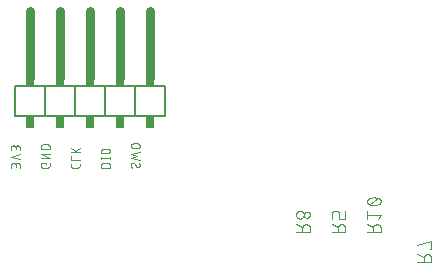
<source format=gbr>
G04 EAGLE Gerber RS-274X export*
G75*
%MOMM*%
%FSLAX34Y34*%
%LPD*%
%INSilkscreen Bottom*%
%IPPOS*%
%AMOC8*
5,1,8,0,0,1.08239X$1,22.5*%
G01*
%ADD10C,0.076200*%
%ADD11C,0.152400*%
%ADD12C,0.762000*%
%ADD13R,0.762000X0.508000*%
%ADD14R,0.762000X1.016000*%
%ADD15C,0.101600*%


D10*
X85471Y368681D02*
X85471Y370727D01*
X85473Y370816D01*
X85479Y370905D01*
X85489Y370994D01*
X85502Y371082D01*
X85519Y371170D01*
X85541Y371257D01*
X85566Y371342D01*
X85594Y371427D01*
X85627Y371510D01*
X85663Y371592D01*
X85702Y371672D01*
X85745Y371750D01*
X85791Y371826D01*
X85841Y371901D01*
X85894Y371973D01*
X85950Y372042D01*
X86009Y372109D01*
X86070Y372174D01*
X86135Y372235D01*
X86202Y372294D01*
X86271Y372350D01*
X86343Y372403D01*
X86418Y372453D01*
X86494Y372499D01*
X86572Y372542D01*
X86652Y372581D01*
X86734Y372617D01*
X86817Y372650D01*
X86902Y372678D01*
X86987Y372703D01*
X87074Y372725D01*
X87162Y372742D01*
X87250Y372755D01*
X87339Y372765D01*
X87428Y372771D01*
X87517Y372773D01*
X87606Y372771D01*
X87695Y372765D01*
X87784Y372755D01*
X87872Y372742D01*
X87960Y372725D01*
X88047Y372703D01*
X88132Y372678D01*
X88217Y372650D01*
X88300Y372617D01*
X88382Y372581D01*
X88462Y372542D01*
X88540Y372499D01*
X88616Y372453D01*
X88691Y372403D01*
X88763Y372350D01*
X88832Y372294D01*
X88899Y372235D01*
X88964Y372174D01*
X89025Y372109D01*
X89084Y372042D01*
X89140Y371973D01*
X89193Y371901D01*
X89243Y371826D01*
X89289Y371750D01*
X89332Y371672D01*
X89371Y371592D01*
X89407Y371510D01*
X89440Y371427D01*
X89468Y371342D01*
X89493Y371257D01*
X89515Y371170D01*
X89532Y371082D01*
X89545Y370994D01*
X89555Y370905D01*
X89561Y370816D01*
X89563Y370727D01*
X92837Y371136D02*
X92837Y368681D01*
X92837Y371136D02*
X92835Y371215D01*
X92829Y371294D01*
X92820Y371373D01*
X92807Y371451D01*
X92789Y371528D01*
X92769Y371604D01*
X92744Y371679D01*
X92716Y371753D01*
X92685Y371826D01*
X92649Y371897D01*
X92611Y371966D01*
X92569Y372033D01*
X92524Y372098D01*
X92476Y372161D01*
X92425Y372222D01*
X92371Y372279D01*
X92315Y372335D01*
X92256Y372387D01*
X92194Y372437D01*
X92130Y372483D01*
X92064Y372527D01*
X91996Y372567D01*
X91926Y372603D01*
X91854Y372637D01*
X91780Y372667D01*
X91706Y372693D01*
X91630Y372716D01*
X91553Y372734D01*
X91476Y372750D01*
X91397Y372761D01*
X91319Y372769D01*
X91240Y372773D01*
X91160Y372773D01*
X91081Y372769D01*
X91003Y372761D01*
X90924Y372750D01*
X90847Y372734D01*
X90770Y372716D01*
X90694Y372693D01*
X90620Y372667D01*
X90546Y372637D01*
X90474Y372603D01*
X90404Y372567D01*
X90336Y372527D01*
X90270Y372483D01*
X90206Y372437D01*
X90144Y372387D01*
X90085Y372335D01*
X90029Y372279D01*
X89975Y372222D01*
X89924Y372161D01*
X89876Y372098D01*
X89831Y372033D01*
X89789Y371966D01*
X89751Y371897D01*
X89715Y371826D01*
X89684Y371753D01*
X89656Y371679D01*
X89631Y371604D01*
X89611Y371528D01*
X89593Y371451D01*
X89580Y371373D01*
X89571Y371294D01*
X89565Y371215D01*
X89563Y371136D01*
X89563Y369499D01*
X92837Y375587D02*
X85471Y378042D01*
X92837Y380498D01*
X85471Y383311D02*
X85471Y385357D01*
X85473Y385446D01*
X85479Y385535D01*
X85489Y385624D01*
X85502Y385712D01*
X85519Y385800D01*
X85541Y385887D01*
X85566Y385972D01*
X85594Y386057D01*
X85627Y386140D01*
X85663Y386222D01*
X85702Y386302D01*
X85745Y386380D01*
X85791Y386456D01*
X85841Y386531D01*
X85894Y386603D01*
X85950Y386672D01*
X86009Y386739D01*
X86070Y386804D01*
X86135Y386865D01*
X86202Y386924D01*
X86271Y386980D01*
X86343Y387033D01*
X86418Y387083D01*
X86494Y387129D01*
X86572Y387172D01*
X86652Y387211D01*
X86734Y387247D01*
X86817Y387280D01*
X86902Y387308D01*
X86987Y387333D01*
X87074Y387355D01*
X87162Y387372D01*
X87250Y387385D01*
X87339Y387395D01*
X87428Y387401D01*
X87517Y387403D01*
X87606Y387401D01*
X87695Y387395D01*
X87784Y387385D01*
X87872Y387372D01*
X87960Y387355D01*
X88047Y387333D01*
X88132Y387308D01*
X88217Y387280D01*
X88300Y387247D01*
X88382Y387211D01*
X88462Y387172D01*
X88540Y387129D01*
X88616Y387083D01*
X88691Y387033D01*
X88763Y386980D01*
X88832Y386924D01*
X88899Y386865D01*
X88964Y386804D01*
X89025Y386739D01*
X89084Y386672D01*
X89140Y386603D01*
X89193Y386531D01*
X89243Y386456D01*
X89289Y386380D01*
X89332Y386302D01*
X89371Y386222D01*
X89407Y386140D01*
X89440Y386057D01*
X89468Y385972D01*
X89493Y385887D01*
X89515Y385800D01*
X89532Y385712D01*
X89545Y385624D01*
X89555Y385535D01*
X89561Y385446D01*
X89563Y385357D01*
X92837Y385767D02*
X92837Y383311D01*
X92837Y385767D02*
X92835Y385846D01*
X92829Y385925D01*
X92820Y386004D01*
X92807Y386082D01*
X92789Y386159D01*
X92769Y386235D01*
X92744Y386310D01*
X92716Y386384D01*
X92685Y386457D01*
X92649Y386528D01*
X92611Y386597D01*
X92569Y386664D01*
X92524Y386729D01*
X92476Y386792D01*
X92425Y386853D01*
X92371Y386910D01*
X92315Y386966D01*
X92256Y387018D01*
X92194Y387068D01*
X92130Y387114D01*
X92064Y387158D01*
X91996Y387198D01*
X91926Y387234D01*
X91854Y387268D01*
X91780Y387298D01*
X91706Y387324D01*
X91630Y387347D01*
X91553Y387365D01*
X91476Y387381D01*
X91397Y387392D01*
X91319Y387400D01*
X91240Y387404D01*
X91160Y387404D01*
X91081Y387400D01*
X91003Y387392D01*
X90924Y387381D01*
X90847Y387365D01*
X90770Y387347D01*
X90694Y387324D01*
X90620Y387298D01*
X90546Y387268D01*
X90474Y387234D01*
X90404Y387198D01*
X90336Y387158D01*
X90270Y387114D01*
X90206Y387068D01*
X90144Y387018D01*
X90085Y386966D01*
X90029Y386910D01*
X89975Y386853D01*
X89924Y386792D01*
X89876Y386729D01*
X89831Y386664D01*
X89789Y386597D01*
X89751Y386528D01*
X89715Y386457D01*
X89684Y386384D01*
X89656Y386310D01*
X89631Y386235D01*
X89611Y386159D01*
X89593Y386082D01*
X89580Y386004D01*
X89571Y385925D01*
X89565Y385846D01*
X89563Y385767D01*
X89563Y384130D01*
X114963Y372773D02*
X114963Y371546D01*
X114963Y372773D02*
X110871Y372773D01*
X110871Y370318D01*
X110873Y370240D01*
X110878Y370162D01*
X110888Y370085D01*
X110901Y370008D01*
X110917Y369932D01*
X110937Y369857D01*
X110961Y369783D01*
X110988Y369710D01*
X111019Y369638D01*
X111053Y369568D01*
X111090Y369500D01*
X111131Y369433D01*
X111175Y369368D01*
X111221Y369306D01*
X111271Y369246D01*
X111323Y369188D01*
X111378Y369133D01*
X111436Y369081D01*
X111496Y369031D01*
X111558Y368985D01*
X111623Y368941D01*
X111690Y368900D01*
X111758Y368863D01*
X111828Y368829D01*
X111900Y368798D01*
X111973Y368771D01*
X112047Y368747D01*
X112122Y368727D01*
X112198Y368711D01*
X112275Y368698D01*
X112352Y368688D01*
X112430Y368683D01*
X112508Y368681D01*
X116600Y368681D01*
X116678Y368683D01*
X116756Y368688D01*
X116833Y368698D01*
X116910Y368711D01*
X116986Y368727D01*
X117061Y368747D01*
X117135Y368771D01*
X117208Y368798D01*
X117280Y368829D01*
X117350Y368863D01*
X117419Y368900D01*
X117485Y368941D01*
X117550Y368985D01*
X117612Y369031D01*
X117672Y369081D01*
X117730Y369133D01*
X117785Y369188D01*
X117837Y369246D01*
X117887Y369306D01*
X117933Y369368D01*
X117977Y369433D01*
X118018Y369500D01*
X118055Y369568D01*
X118089Y369638D01*
X118120Y369710D01*
X118147Y369783D01*
X118171Y369857D01*
X118191Y369932D01*
X118207Y370008D01*
X118220Y370085D01*
X118230Y370162D01*
X118235Y370240D01*
X118237Y370318D01*
X118237Y372773D01*
X118237Y376484D02*
X110871Y376484D01*
X110871Y380576D02*
X118237Y376484D01*
X118237Y380576D02*
X110871Y380576D01*
X110871Y384287D02*
X118237Y384287D01*
X118237Y386333D01*
X118235Y386422D01*
X118229Y386511D01*
X118219Y386600D01*
X118206Y386688D01*
X118189Y386776D01*
X118167Y386863D01*
X118142Y386948D01*
X118114Y387033D01*
X118081Y387116D01*
X118045Y387198D01*
X118006Y387278D01*
X117963Y387356D01*
X117917Y387432D01*
X117867Y387507D01*
X117814Y387579D01*
X117758Y387648D01*
X117699Y387715D01*
X117638Y387780D01*
X117573Y387841D01*
X117506Y387900D01*
X117437Y387956D01*
X117365Y388009D01*
X117290Y388059D01*
X117214Y388105D01*
X117136Y388148D01*
X117056Y388187D01*
X116974Y388223D01*
X116891Y388256D01*
X116806Y388284D01*
X116721Y388309D01*
X116634Y388331D01*
X116546Y388348D01*
X116458Y388361D01*
X116369Y388371D01*
X116280Y388377D01*
X116191Y388379D01*
X112917Y388379D01*
X112828Y388377D01*
X112739Y388371D01*
X112650Y388361D01*
X112562Y388348D01*
X112474Y388331D01*
X112387Y388309D01*
X112302Y388284D01*
X112217Y388256D01*
X112134Y388223D01*
X112052Y388187D01*
X111972Y388148D01*
X111894Y388105D01*
X111818Y388059D01*
X111743Y388009D01*
X111671Y387956D01*
X111602Y387900D01*
X111535Y387841D01*
X111470Y387780D01*
X111409Y387715D01*
X111350Y387648D01*
X111294Y387579D01*
X111241Y387507D01*
X111191Y387432D01*
X111145Y387356D01*
X111102Y387278D01*
X111063Y387198D01*
X111027Y387116D01*
X110994Y387033D01*
X110966Y386948D01*
X110941Y386863D01*
X110919Y386776D01*
X110902Y386688D01*
X110889Y386600D01*
X110879Y386511D01*
X110873Y386422D01*
X110871Y386333D01*
X110871Y384287D01*
X136271Y371955D02*
X136271Y370318D01*
X136273Y370240D01*
X136278Y370162D01*
X136288Y370085D01*
X136301Y370008D01*
X136317Y369932D01*
X136337Y369857D01*
X136361Y369783D01*
X136388Y369710D01*
X136419Y369638D01*
X136453Y369568D01*
X136490Y369500D01*
X136531Y369433D01*
X136575Y369368D01*
X136621Y369306D01*
X136671Y369246D01*
X136723Y369188D01*
X136778Y369133D01*
X136836Y369081D01*
X136896Y369031D01*
X136958Y368985D01*
X137023Y368941D01*
X137090Y368900D01*
X137158Y368863D01*
X137228Y368829D01*
X137300Y368798D01*
X137373Y368771D01*
X137447Y368747D01*
X137522Y368727D01*
X137598Y368711D01*
X137675Y368698D01*
X137752Y368688D01*
X137830Y368683D01*
X137908Y368681D01*
X142000Y368681D01*
X142078Y368683D01*
X142156Y368688D01*
X142233Y368698D01*
X142310Y368711D01*
X142386Y368727D01*
X142461Y368747D01*
X142535Y368771D01*
X142608Y368798D01*
X142680Y368829D01*
X142750Y368863D01*
X142819Y368900D01*
X142885Y368941D01*
X142950Y368985D01*
X143012Y369031D01*
X143072Y369081D01*
X143130Y369133D01*
X143185Y369188D01*
X143237Y369246D01*
X143287Y369306D01*
X143333Y369368D01*
X143377Y369433D01*
X143418Y369500D01*
X143455Y369568D01*
X143489Y369638D01*
X143520Y369710D01*
X143547Y369783D01*
X143571Y369857D01*
X143591Y369932D01*
X143607Y370008D01*
X143620Y370085D01*
X143630Y370162D01*
X143635Y370240D01*
X143637Y370318D01*
X143637Y371955D01*
X143637Y375060D02*
X136271Y375060D01*
X136271Y378333D01*
X136271Y381501D02*
X143637Y381501D01*
X143637Y385594D02*
X139136Y381501D01*
X140772Y383138D02*
X136271Y385594D01*
X161671Y368681D02*
X169037Y368681D01*
X169037Y370727D01*
X169035Y370816D01*
X169029Y370905D01*
X169019Y370994D01*
X169006Y371082D01*
X168989Y371170D01*
X168967Y371257D01*
X168942Y371342D01*
X168914Y371427D01*
X168881Y371510D01*
X168845Y371592D01*
X168806Y371672D01*
X168763Y371750D01*
X168717Y371826D01*
X168667Y371901D01*
X168614Y371973D01*
X168558Y372042D01*
X168499Y372109D01*
X168438Y372174D01*
X168373Y372235D01*
X168306Y372294D01*
X168237Y372350D01*
X168165Y372403D01*
X168090Y372453D01*
X168014Y372499D01*
X167936Y372542D01*
X167856Y372581D01*
X167774Y372617D01*
X167691Y372650D01*
X167606Y372678D01*
X167521Y372703D01*
X167434Y372725D01*
X167346Y372742D01*
X167258Y372755D01*
X167169Y372765D01*
X167080Y372771D01*
X166991Y372773D01*
X163717Y372773D01*
X163628Y372771D01*
X163539Y372765D01*
X163450Y372755D01*
X163362Y372742D01*
X163274Y372725D01*
X163187Y372703D01*
X163102Y372678D01*
X163017Y372650D01*
X162934Y372617D01*
X162852Y372581D01*
X162772Y372542D01*
X162694Y372499D01*
X162618Y372453D01*
X162543Y372403D01*
X162471Y372350D01*
X162402Y372294D01*
X162335Y372235D01*
X162270Y372174D01*
X162209Y372109D01*
X162150Y372042D01*
X162094Y371973D01*
X162041Y371901D01*
X161991Y371826D01*
X161945Y371750D01*
X161902Y371672D01*
X161863Y371592D01*
X161827Y371510D01*
X161794Y371427D01*
X161766Y371342D01*
X161741Y371257D01*
X161719Y371170D01*
X161702Y371082D01*
X161689Y370994D01*
X161679Y370905D01*
X161673Y370816D01*
X161671Y370727D01*
X161671Y368681D01*
X161671Y376823D02*
X169037Y376823D01*
X161671Y376005D02*
X161671Y377642D01*
X169037Y377642D02*
X169037Y376005D01*
X166991Y380629D02*
X163717Y380629D01*
X166991Y380629D02*
X167080Y380631D01*
X167169Y380637D01*
X167258Y380647D01*
X167346Y380660D01*
X167434Y380677D01*
X167521Y380699D01*
X167606Y380724D01*
X167691Y380752D01*
X167774Y380785D01*
X167856Y380821D01*
X167936Y380860D01*
X168014Y380903D01*
X168090Y380949D01*
X168165Y380999D01*
X168237Y381052D01*
X168306Y381108D01*
X168373Y381167D01*
X168438Y381228D01*
X168499Y381293D01*
X168558Y381360D01*
X168614Y381429D01*
X168667Y381501D01*
X168717Y381576D01*
X168763Y381652D01*
X168806Y381730D01*
X168845Y381810D01*
X168881Y381892D01*
X168914Y381975D01*
X168942Y382060D01*
X168967Y382145D01*
X168989Y382232D01*
X169006Y382320D01*
X169019Y382408D01*
X169029Y382497D01*
X169035Y382586D01*
X169037Y382675D01*
X169035Y382764D01*
X169029Y382853D01*
X169019Y382942D01*
X169006Y383030D01*
X168989Y383118D01*
X168967Y383205D01*
X168942Y383290D01*
X168914Y383375D01*
X168881Y383458D01*
X168845Y383540D01*
X168806Y383620D01*
X168763Y383698D01*
X168717Y383774D01*
X168667Y383849D01*
X168614Y383921D01*
X168558Y383990D01*
X168499Y384057D01*
X168438Y384122D01*
X168373Y384183D01*
X168306Y384242D01*
X168237Y384298D01*
X168165Y384351D01*
X168090Y384401D01*
X168014Y384447D01*
X167936Y384490D01*
X167856Y384529D01*
X167774Y384565D01*
X167691Y384598D01*
X167606Y384626D01*
X167521Y384651D01*
X167434Y384673D01*
X167346Y384690D01*
X167258Y384703D01*
X167169Y384713D01*
X167080Y384719D01*
X166991Y384721D01*
X163717Y384721D01*
X163628Y384719D01*
X163539Y384713D01*
X163450Y384703D01*
X163362Y384690D01*
X163274Y384673D01*
X163187Y384651D01*
X163102Y384626D01*
X163017Y384598D01*
X162934Y384565D01*
X162852Y384529D01*
X162772Y384490D01*
X162694Y384447D01*
X162618Y384401D01*
X162543Y384351D01*
X162471Y384298D01*
X162402Y384242D01*
X162335Y384183D01*
X162270Y384122D01*
X162209Y384057D01*
X162150Y383990D01*
X162094Y383921D01*
X162041Y383849D01*
X161991Y383774D01*
X161945Y383698D01*
X161902Y383620D01*
X161863Y383540D01*
X161827Y383458D01*
X161794Y383375D01*
X161766Y383290D01*
X161741Y383205D01*
X161719Y383118D01*
X161702Y383030D01*
X161689Y382942D01*
X161679Y382853D01*
X161673Y382764D01*
X161671Y382675D01*
X161673Y382586D01*
X161679Y382497D01*
X161689Y382408D01*
X161702Y382320D01*
X161719Y382232D01*
X161741Y382145D01*
X161766Y382060D01*
X161794Y381975D01*
X161827Y381892D01*
X161863Y381810D01*
X161902Y381730D01*
X161945Y381652D01*
X161991Y381576D01*
X162041Y381501D01*
X162094Y381429D01*
X162150Y381360D01*
X162209Y381293D01*
X162270Y381228D01*
X162335Y381167D01*
X162402Y381108D01*
X162471Y381052D01*
X162543Y380999D01*
X162618Y380949D01*
X162694Y380903D01*
X162772Y380860D01*
X162852Y380821D01*
X162934Y380785D01*
X163017Y380752D01*
X163102Y380724D01*
X163187Y380699D01*
X163274Y380677D01*
X163362Y380660D01*
X163450Y380647D01*
X163539Y380637D01*
X163628Y380631D01*
X163717Y380629D01*
X187071Y371136D02*
X187073Y371214D01*
X187078Y371292D01*
X187088Y371369D01*
X187101Y371446D01*
X187117Y371522D01*
X187137Y371597D01*
X187161Y371671D01*
X187188Y371744D01*
X187219Y371816D01*
X187253Y371886D01*
X187290Y371955D01*
X187331Y372021D01*
X187375Y372086D01*
X187421Y372148D01*
X187471Y372208D01*
X187523Y372266D01*
X187578Y372321D01*
X187636Y372373D01*
X187696Y372423D01*
X187758Y372469D01*
X187823Y372513D01*
X187890Y372554D01*
X187958Y372591D01*
X188028Y372625D01*
X188100Y372656D01*
X188173Y372683D01*
X188247Y372707D01*
X188322Y372727D01*
X188398Y372743D01*
X188475Y372756D01*
X188552Y372766D01*
X188630Y372771D01*
X188708Y372773D01*
X187071Y371136D02*
X187073Y371022D01*
X187078Y370909D01*
X187088Y370795D01*
X187101Y370682D01*
X187118Y370570D01*
X187138Y370458D01*
X187162Y370347D01*
X187190Y370236D01*
X187221Y370127D01*
X187256Y370019D01*
X187295Y369912D01*
X187337Y369806D01*
X187382Y369702D01*
X187431Y369599D01*
X187484Y369498D01*
X187539Y369399D01*
X187598Y369301D01*
X187660Y369206D01*
X187725Y369113D01*
X187793Y369021D01*
X187864Y368933D01*
X187938Y368846D01*
X188015Y368762D01*
X188094Y368681D01*
X192800Y368885D02*
X192878Y368887D01*
X192956Y368892D01*
X193033Y368902D01*
X193110Y368915D01*
X193186Y368931D01*
X193261Y368951D01*
X193335Y368975D01*
X193408Y369002D01*
X193480Y369033D01*
X193550Y369067D01*
X193619Y369104D01*
X193685Y369145D01*
X193750Y369189D01*
X193812Y369235D01*
X193872Y369285D01*
X193930Y369337D01*
X193985Y369392D01*
X194037Y369450D01*
X194087Y369510D01*
X194133Y369572D01*
X194177Y369637D01*
X194218Y369704D01*
X194255Y369772D01*
X194289Y369842D01*
X194320Y369914D01*
X194347Y369987D01*
X194371Y370061D01*
X194391Y370136D01*
X194407Y370212D01*
X194420Y370289D01*
X194430Y370366D01*
X194435Y370444D01*
X194437Y370522D01*
X194435Y370632D01*
X194429Y370741D01*
X194419Y370851D01*
X194406Y370959D01*
X194388Y371068D01*
X194367Y371175D01*
X194341Y371282D01*
X194312Y371388D01*
X194280Y371493D01*
X194243Y371596D01*
X194203Y371698D01*
X194159Y371799D01*
X194111Y371898D01*
X194061Y371995D01*
X194006Y372090D01*
X193948Y372183D01*
X193887Y372274D01*
X193823Y372363D01*
X191367Y369704D02*
X191409Y369637D01*
X191453Y369572D01*
X191501Y369510D01*
X191551Y369450D01*
X191604Y369392D01*
X191660Y369337D01*
X191719Y369285D01*
X191779Y369235D01*
X191843Y369188D01*
X191908Y369145D01*
X191975Y369104D01*
X192044Y369067D01*
X192115Y369033D01*
X192187Y369002D01*
X192261Y368975D01*
X192335Y368951D01*
X192411Y368931D01*
X192488Y368915D01*
X192565Y368902D01*
X192643Y368892D01*
X192722Y368887D01*
X192800Y368885D01*
X190140Y371955D02*
X190098Y372021D01*
X190054Y372086D01*
X190007Y372148D01*
X189956Y372208D01*
X189903Y372266D01*
X189847Y372321D01*
X189789Y372374D01*
X189728Y372423D01*
X189665Y372470D01*
X189600Y372513D01*
X189533Y372554D01*
X189464Y372591D01*
X189393Y372625D01*
X189321Y372656D01*
X189247Y372683D01*
X189172Y372707D01*
X189097Y372727D01*
X189020Y372743D01*
X188943Y372756D01*
X188865Y372766D01*
X188786Y372771D01*
X188708Y372773D01*
X190140Y371955D02*
X191368Y369704D01*
X194437Y375500D02*
X187071Y377137D01*
X191982Y378774D01*
X187071Y380411D01*
X194437Y382048D01*
X192391Y385018D02*
X189117Y385018D01*
X192391Y385018D02*
X192480Y385020D01*
X192569Y385026D01*
X192658Y385036D01*
X192746Y385049D01*
X192834Y385066D01*
X192921Y385088D01*
X193006Y385113D01*
X193091Y385141D01*
X193174Y385174D01*
X193256Y385210D01*
X193336Y385249D01*
X193414Y385292D01*
X193490Y385338D01*
X193565Y385388D01*
X193637Y385441D01*
X193706Y385497D01*
X193773Y385556D01*
X193838Y385617D01*
X193899Y385682D01*
X193958Y385749D01*
X194014Y385818D01*
X194067Y385890D01*
X194117Y385965D01*
X194163Y386041D01*
X194206Y386119D01*
X194245Y386199D01*
X194281Y386281D01*
X194314Y386364D01*
X194342Y386449D01*
X194367Y386534D01*
X194389Y386621D01*
X194406Y386709D01*
X194419Y386797D01*
X194429Y386886D01*
X194435Y386975D01*
X194437Y387064D01*
X194435Y387153D01*
X194429Y387242D01*
X194419Y387331D01*
X194406Y387419D01*
X194389Y387507D01*
X194367Y387594D01*
X194342Y387679D01*
X194314Y387764D01*
X194281Y387847D01*
X194245Y387929D01*
X194206Y388009D01*
X194163Y388087D01*
X194117Y388163D01*
X194067Y388238D01*
X194014Y388310D01*
X193958Y388379D01*
X193899Y388446D01*
X193838Y388511D01*
X193773Y388572D01*
X193706Y388631D01*
X193637Y388687D01*
X193565Y388740D01*
X193490Y388790D01*
X193414Y388836D01*
X193336Y388879D01*
X193256Y388918D01*
X193174Y388954D01*
X193091Y388987D01*
X193006Y389015D01*
X192921Y389040D01*
X192834Y389062D01*
X192746Y389079D01*
X192658Y389092D01*
X192569Y389102D01*
X192480Y389108D01*
X192391Y389110D01*
X192391Y389111D02*
X189117Y389111D01*
X189117Y389110D02*
X189028Y389108D01*
X188939Y389102D01*
X188850Y389092D01*
X188762Y389079D01*
X188674Y389062D01*
X188587Y389040D01*
X188502Y389015D01*
X188417Y388987D01*
X188334Y388954D01*
X188252Y388918D01*
X188172Y388879D01*
X188094Y388836D01*
X188018Y388790D01*
X187943Y388740D01*
X187871Y388687D01*
X187802Y388631D01*
X187735Y388572D01*
X187670Y388511D01*
X187609Y388446D01*
X187550Y388379D01*
X187494Y388310D01*
X187441Y388238D01*
X187391Y388163D01*
X187345Y388087D01*
X187302Y388009D01*
X187263Y387929D01*
X187227Y387847D01*
X187194Y387764D01*
X187166Y387679D01*
X187141Y387594D01*
X187119Y387507D01*
X187102Y387419D01*
X187089Y387331D01*
X187079Y387242D01*
X187073Y387153D01*
X187071Y387064D01*
X187073Y386975D01*
X187079Y386886D01*
X187089Y386797D01*
X187102Y386709D01*
X187119Y386621D01*
X187141Y386534D01*
X187166Y386449D01*
X187194Y386364D01*
X187227Y386281D01*
X187263Y386199D01*
X187302Y386119D01*
X187345Y386041D01*
X187391Y385965D01*
X187441Y385890D01*
X187494Y385818D01*
X187550Y385749D01*
X187609Y385682D01*
X187670Y385617D01*
X187735Y385556D01*
X187802Y385497D01*
X187871Y385441D01*
X187943Y385388D01*
X188018Y385338D01*
X188094Y385292D01*
X188172Y385249D01*
X188252Y385210D01*
X188334Y385174D01*
X188417Y385141D01*
X188502Y385113D01*
X188587Y385088D01*
X188674Y385066D01*
X188762Y385049D01*
X188850Y385036D01*
X188939Y385026D01*
X189028Y385020D01*
X189117Y385018D01*
D11*
X190500Y412750D02*
X215900Y412750D01*
X190500Y412750D02*
X190500Y438150D01*
X215900Y438150D01*
X215900Y412750D01*
D12*
X203200Y444500D02*
X203200Y501650D01*
D11*
X190500Y412750D02*
X165100Y412750D01*
X165100Y438150D01*
X190500Y438150D01*
D12*
X177800Y444500D02*
X177800Y501650D01*
D11*
X165100Y412750D02*
X139700Y412750D01*
X139700Y438150D01*
X165100Y438150D01*
D12*
X152400Y444500D02*
X152400Y501650D01*
D11*
X139700Y412750D02*
X114300Y412750D01*
X114300Y438150D01*
X139700Y438150D01*
D12*
X127000Y444500D02*
X127000Y501650D01*
D11*
X114300Y412750D02*
X88900Y412750D01*
X88900Y438150D01*
X114300Y438150D01*
D12*
X101600Y444500D02*
X101600Y501650D01*
D13*
X203200Y440690D03*
X177800Y440690D03*
X152400Y440690D03*
X127000Y440690D03*
X101600Y440690D03*
D14*
X203200Y407670D03*
X177800Y407670D03*
X152400Y407670D03*
X127000Y407670D03*
X101600Y407670D03*
D15*
X429558Y288758D02*
X441242Y288758D01*
X441242Y292004D01*
X441240Y292117D01*
X441234Y292230D01*
X441224Y292343D01*
X441210Y292456D01*
X441193Y292568D01*
X441171Y292679D01*
X441146Y292789D01*
X441116Y292899D01*
X441083Y293007D01*
X441046Y293114D01*
X441006Y293220D01*
X440961Y293324D01*
X440913Y293427D01*
X440862Y293528D01*
X440807Y293627D01*
X440749Y293724D01*
X440687Y293819D01*
X440622Y293912D01*
X440554Y294002D01*
X440483Y294090D01*
X440408Y294176D01*
X440331Y294259D01*
X440251Y294339D01*
X440168Y294416D01*
X440082Y294491D01*
X439994Y294562D01*
X439904Y294630D01*
X439811Y294695D01*
X439716Y294757D01*
X439619Y294815D01*
X439520Y294870D01*
X439419Y294921D01*
X439316Y294969D01*
X439212Y295014D01*
X439106Y295054D01*
X438999Y295091D01*
X438891Y295124D01*
X438781Y295154D01*
X438671Y295179D01*
X438560Y295201D01*
X438448Y295218D01*
X438335Y295232D01*
X438222Y295242D01*
X438109Y295248D01*
X437996Y295250D01*
X437883Y295248D01*
X437770Y295242D01*
X437657Y295232D01*
X437544Y295218D01*
X437432Y295201D01*
X437321Y295179D01*
X437211Y295154D01*
X437101Y295124D01*
X436993Y295091D01*
X436886Y295054D01*
X436780Y295014D01*
X436676Y294969D01*
X436573Y294921D01*
X436472Y294870D01*
X436373Y294815D01*
X436276Y294757D01*
X436181Y294695D01*
X436088Y294630D01*
X435998Y294562D01*
X435910Y294491D01*
X435824Y294416D01*
X435741Y294339D01*
X435661Y294259D01*
X435584Y294176D01*
X435509Y294090D01*
X435438Y294002D01*
X435370Y293912D01*
X435305Y293819D01*
X435243Y293724D01*
X435185Y293627D01*
X435130Y293528D01*
X435079Y293427D01*
X435031Y293324D01*
X434986Y293220D01*
X434946Y293114D01*
X434909Y293007D01*
X434876Y292899D01*
X434846Y292789D01*
X434821Y292679D01*
X434799Y292568D01*
X434782Y292456D01*
X434768Y292343D01*
X434758Y292230D01*
X434752Y292117D01*
X434750Y292004D01*
X434751Y292004D02*
X434751Y288758D01*
X434751Y292653D02*
X429558Y295249D01*
X439944Y300114D02*
X441242Y300114D01*
X441242Y306605D01*
X429558Y303360D01*
X338542Y314158D02*
X326858Y314158D01*
X338542Y314158D02*
X338542Y317404D01*
X338540Y317517D01*
X338534Y317630D01*
X338524Y317743D01*
X338510Y317856D01*
X338493Y317968D01*
X338471Y318079D01*
X338446Y318189D01*
X338416Y318299D01*
X338383Y318407D01*
X338346Y318514D01*
X338306Y318620D01*
X338261Y318724D01*
X338213Y318827D01*
X338162Y318928D01*
X338107Y319027D01*
X338049Y319124D01*
X337987Y319219D01*
X337922Y319312D01*
X337854Y319402D01*
X337783Y319490D01*
X337708Y319576D01*
X337631Y319659D01*
X337551Y319739D01*
X337468Y319816D01*
X337382Y319891D01*
X337294Y319962D01*
X337204Y320030D01*
X337111Y320095D01*
X337016Y320157D01*
X336919Y320215D01*
X336820Y320270D01*
X336719Y320321D01*
X336616Y320369D01*
X336512Y320414D01*
X336406Y320454D01*
X336299Y320491D01*
X336191Y320524D01*
X336081Y320554D01*
X335971Y320579D01*
X335860Y320601D01*
X335748Y320618D01*
X335635Y320632D01*
X335522Y320642D01*
X335409Y320648D01*
X335296Y320650D01*
X335183Y320648D01*
X335070Y320642D01*
X334957Y320632D01*
X334844Y320618D01*
X334732Y320601D01*
X334621Y320579D01*
X334511Y320554D01*
X334401Y320524D01*
X334293Y320491D01*
X334186Y320454D01*
X334080Y320414D01*
X333976Y320369D01*
X333873Y320321D01*
X333772Y320270D01*
X333673Y320215D01*
X333576Y320157D01*
X333481Y320095D01*
X333388Y320030D01*
X333298Y319962D01*
X333210Y319891D01*
X333124Y319816D01*
X333041Y319739D01*
X332961Y319659D01*
X332884Y319576D01*
X332809Y319490D01*
X332738Y319402D01*
X332670Y319312D01*
X332605Y319219D01*
X332543Y319124D01*
X332485Y319027D01*
X332430Y318928D01*
X332379Y318827D01*
X332331Y318724D01*
X332286Y318620D01*
X332246Y318514D01*
X332209Y318407D01*
X332176Y318299D01*
X332146Y318189D01*
X332121Y318079D01*
X332099Y317968D01*
X332082Y317856D01*
X332068Y317743D01*
X332058Y317630D01*
X332052Y317517D01*
X332050Y317404D01*
X332051Y317404D02*
X332051Y314158D01*
X332051Y318053D02*
X326858Y320649D01*
X330104Y325514D02*
X330217Y325516D01*
X330330Y325522D01*
X330443Y325532D01*
X330556Y325546D01*
X330668Y325563D01*
X330779Y325585D01*
X330889Y325610D01*
X330999Y325640D01*
X331107Y325673D01*
X331214Y325710D01*
X331320Y325750D01*
X331424Y325795D01*
X331527Y325843D01*
X331628Y325894D01*
X331727Y325949D01*
X331824Y326007D01*
X331919Y326069D01*
X332012Y326134D01*
X332102Y326202D01*
X332190Y326273D01*
X332276Y326348D01*
X332359Y326425D01*
X332439Y326505D01*
X332516Y326588D01*
X332591Y326674D01*
X332662Y326762D01*
X332730Y326852D01*
X332795Y326945D01*
X332857Y327040D01*
X332915Y327137D01*
X332970Y327236D01*
X333021Y327337D01*
X333069Y327440D01*
X333114Y327544D01*
X333154Y327650D01*
X333191Y327757D01*
X333224Y327865D01*
X333254Y327975D01*
X333279Y328085D01*
X333301Y328196D01*
X333318Y328308D01*
X333332Y328421D01*
X333342Y328534D01*
X333348Y328647D01*
X333350Y328760D01*
X333348Y328873D01*
X333342Y328986D01*
X333332Y329099D01*
X333318Y329212D01*
X333301Y329324D01*
X333279Y329435D01*
X333254Y329545D01*
X333224Y329655D01*
X333191Y329763D01*
X333154Y329870D01*
X333114Y329976D01*
X333069Y330080D01*
X333021Y330183D01*
X332970Y330284D01*
X332915Y330383D01*
X332857Y330480D01*
X332795Y330575D01*
X332730Y330668D01*
X332662Y330758D01*
X332591Y330846D01*
X332516Y330932D01*
X332439Y331015D01*
X332359Y331095D01*
X332276Y331172D01*
X332190Y331247D01*
X332102Y331318D01*
X332012Y331386D01*
X331919Y331451D01*
X331824Y331513D01*
X331727Y331571D01*
X331628Y331626D01*
X331527Y331677D01*
X331424Y331725D01*
X331320Y331770D01*
X331214Y331810D01*
X331107Y331847D01*
X330999Y331880D01*
X330889Y331910D01*
X330779Y331935D01*
X330668Y331957D01*
X330556Y331974D01*
X330443Y331988D01*
X330330Y331998D01*
X330217Y332004D01*
X330104Y332006D01*
X329991Y332004D01*
X329878Y331998D01*
X329765Y331988D01*
X329652Y331974D01*
X329540Y331957D01*
X329429Y331935D01*
X329319Y331910D01*
X329209Y331880D01*
X329101Y331847D01*
X328994Y331810D01*
X328888Y331770D01*
X328784Y331725D01*
X328681Y331677D01*
X328580Y331626D01*
X328481Y331571D01*
X328384Y331513D01*
X328289Y331451D01*
X328196Y331386D01*
X328106Y331318D01*
X328018Y331247D01*
X327932Y331172D01*
X327849Y331095D01*
X327769Y331015D01*
X327692Y330932D01*
X327617Y330846D01*
X327546Y330758D01*
X327478Y330668D01*
X327413Y330575D01*
X327351Y330480D01*
X327293Y330383D01*
X327238Y330284D01*
X327187Y330183D01*
X327139Y330080D01*
X327094Y329976D01*
X327054Y329870D01*
X327017Y329763D01*
X326984Y329655D01*
X326954Y329545D01*
X326929Y329435D01*
X326907Y329324D01*
X326890Y329212D01*
X326876Y329099D01*
X326866Y328986D01*
X326860Y328873D01*
X326858Y328760D01*
X326860Y328647D01*
X326866Y328534D01*
X326876Y328421D01*
X326890Y328308D01*
X326907Y328196D01*
X326929Y328085D01*
X326954Y327975D01*
X326984Y327865D01*
X327017Y327757D01*
X327054Y327650D01*
X327094Y327544D01*
X327139Y327440D01*
X327187Y327337D01*
X327238Y327236D01*
X327293Y327137D01*
X327351Y327040D01*
X327413Y326945D01*
X327478Y326852D01*
X327546Y326762D01*
X327617Y326674D01*
X327692Y326588D01*
X327769Y326505D01*
X327849Y326425D01*
X327932Y326348D01*
X328018Y326273D01*
X328106Y326202D01*
X328196Y326134D01*
X328289Y326069D01*
X328384Y326007D01*
X328481Y325949D01*
X328580Y325894D01*
X328681Y325843D01*
X328784Y325795D01*
X328888Y325750D01*
X328994Y325710D01*
X329101Y325673D01*
X329209Y325640D01*
X329319Y325610D01*
X329429Y325585D01*
X329540Y325563D01*
X329652Y325546D01*
X329765Y325532D01*
X329878Y325522D01*
X329991Y325516D01*
X330104Y325514D01*
X335946Y326164D02*
X336047Y326166D01*
X336147Y326172D01*
X336247Y326182D01*
X336347Y326195D01*
X336446Y326213D01*
X336545Y326234D01*
X336642Y326259D01*
X336739Y326288D01*
X336834Y326321D01*
X336928Y326357D01*
X337020Y326397D01*
X337111Y326440D01*
X337200Y326487D01*
X337287Y326537D01*
X337373Y326591D01*
X337456Y326648D01*
X337536Y326708D01*
X337615Y326771D01*
X337691Y326838D01*
X337764Y326907D01*
X337834Y326979D01*
X337902Y327053D01*
X337967Y327130D01*
X338028Y327210D01*
X338087Y327292D01*
X338142Y327376D01*
X338194Y327462D01*
X338243Y327550D01*
X338288Y327640D01*
X338330Y327732D01*
X338368Y327825D01*
X338402Y327920D01*
X338433Y328015D01*
X338460Y328112D01*
X338483Y328210D01*
X338503Y328309D01*
X338518Y328409D01*
X338530Y328509D01*
X338538Y328609D01*
X338542Y328710D01*
X338542Y328810D01*
X338538Y328911D01*
X338530Y329011D01*
X338518Y329111D01*
X338503Y329211D01*
X338483Y329310D01*
X338460Y329408D01*
X338433Y329505D01*
X338402Y329600D01*
X338368Y329695D01*
X338330Y329788D01*
X338288Y329880D01*
X338243Y329970D01*
X338194Y330058D01*
X338142Y330144D01*
X338087Y330228D01*
X338028Y330310D01*
X337967Y330390D01*
X337902Y330467D01*
X337834Y330541D01*
X337764Y330613D01*
X337691Y330682D01*
X337615Y330749D01*
X337536Y330812D01*
X337456Y330872D01*
X337373Y330929D01*
X337287Y330983D01*
X337200Y331033D01*
X337111Y331080D01*
X337020Y331123D01*
X336928Y331163D01*
X336834Y331199D01*
X336739Y331232D01*
X336642Y331261D01*
X336545Y331286D01*
X336446Y331307D01*
X336347Y331325D01*
X336247Y331338D01*
X336147Y331348D01*
X336047Y331354D01*
X335946Y331356D01*
X335845Y331354D01*
X335745Y331348D01*
X335645Y331338D01*
X335545Y331325D01*
X335446Y331307D01*
X335347Y331286D01*
X335250Y331261D01*
X335153Y331232D01*
X335058Y331199D01*
X334964Y331163D01*
X334872Y331123D01*
X334781Y331080D01*
X334692Y331033D01*
X334605Y330983D01*
X334519Y330929D01*
X334436Y330872D01*
X334356Y330812D01*
X334277Y330749D01*
X334201Y330682D01*
X334128Y330613D01*
X334058Y330541D01*
X333990Y330467D01*
X333925Y330390D01*
X333864Y330310D01*
X333805Y330228D01*
X333750Y330144D01*
X333698Y330058D01*
X333649Y329970D01*
X333604Y329880D01*
X333562Y329788D01*
X333524Y329695D01*
X333490Y329600D01*
X333459Y329505D01*
X333432Y329408D01*
X333409Y329310D01*
X333389Y329211D01*
X333374Y329111D01*
X333362Y329011D01*
X333354Y328911D01*
X333350Y328810D01*
X333350Y328710D01*
X333354Y328609D01*
X333362Y328509D01*
X333374Y328409D01*
X333389Y328309D01*
X333409Y328210D01*
X333432Y328112D01*
X333459Y328015D01*
X333490Y327920D01*
X333524Y327825D01*
X333562Y327732D01*
X333604Y327640D01*
X333649Y327550D01*
X333698Y327462D01*
X333750Y327376D01*
X333805Y327292D01*
X333864Y327210D01*
X333925Y327130D01*
X333990Y327053D01*
X334058Y326979D01*
X334128Y326907D01*
X334201Y326838D01*
X334277Y326771D01*
X334356Y326708D01*
X334436Y326648D01*
X334519Y326591D01*
X334605Y326537D01*
X334692Y326487D01*
X334781Y326440D01*
X334872Y326397D01*
X334964Y326357D01*
X335058Y326321D01*
X335153Y326288D01*
X335250Y326259D01*
X335347Y326234D01*
X335446Y326213D01*
X335545Y326195D01*
X335645Y326182D01*
X335745Y326172D01*
X335845Y326166D01*
X335946Y326164D01*
X356858Y314158D02*
X368542Y314158D01*
X368542Y317404D01*
X368540Y317517D01*
X368534Y317630D01*
X368524Y317743D01*
X368510Y317856D01*
X368493Y317968D01*
X368471Y318079D01*
X368446Y318189D01*
X368416Y318299D01*
X368383Y318407D01*
X368346Y318514D01*
X368306Y318620D01*
X368261Y318724D01*
X368213Y318827D01*
X368162Y318928D01*
X368107Y319027D01*
X368049Y319124D01*
X367987Y319219D01*
X367922Y319312D01*
X367854Y319402D01*
X367783Y319490D01*
X367708Y319576D01*
X367631Y319659D01*
X367551Y319739D01*
X367468Y319816D01*
X367382Y319891D01*
X367294Y319962D01*
X367204Y320030D01*
X367111Y320095D01*
X367016Y320157D01*
X366919Y320215D01*
X366820Y320270D01*
X366719Y320321D01*
X366616Y320369D01*
X366512Y320414D01*
X366406Y320454D01*
X366299Y320491D01*
X366191Y320524D01*
X366081Y320554D01*
X365971Y320579D01*
X365860Y320601D01*
X365748Y320618D01*
X365635Y320632D01*
X365522Y320642D01*
X365409Y320648D01*
X365296Y320650D01*
X365183Y320648D01*
X365070Y320642D01*
X364957Y320632D01*
X364844Y320618D01*
X364732Y320601D01*
X364621Y320579D01*
X364511Y320554D01*
X364401Y320524D01*
X364293Y320491D01*
X364186Y320454D01*
X364080Y320414D01*
X363976Y320369D01*
X363873Y320321D01*
X363772Y320270D01*
X363673Y320215D01*
X363576Y320157D01*
X363481Y320095D01*
X363388Y320030D01*
X363298Y319962D01*
X363210Y319891D01*
X363124Y319816D01*
X363041Y319739D01*
X362961Y319659D01*
X362884Y319576D01*
X362809Y319490D01*
X362738Y319402D01*
X362670Y319312D01*
X362605Y319219D01*
X362543Y319124D01*
X362485Y319027D01*
X362430Y318928D01*
X362379Y318827D01*
X362331Y318724D01*
X362286Y318620D01*
X362246Y318514D01*
X362209Y318407D01*
X362176Y318299D01*
X362146Y318189D01*
X362121Y318079D01*
X362099Y317968D01*
X362082Y317856D01*
X362068Y317743D01*
X362058Y317630D01*
X362052Y317517D01*
X362050Y317404D01*
X362051Y317404D02*
X362051Y314158D01*
X362051Y318053D02*
X356858Y320649D01*
X356858Y325514D02*
X356858Y329409D01*
X356860Y329508D01*
X356866Y329608D01*
X356875Y329707D01*
X356888Y329805D01*
X356905Y329903D01*
X356926Y330001D01*
X356951Y330097D01*
X356979Y330192D01*
X357011Y330286D01*
X357046Y330379D01*
X357085Y330471D01*
X357128Y330561D01*
X357173Y330649D01*
X357223Y330736D01*
X357275Y330820D01*
X357331Y330903D01*
X357389Y330983D01*
X357451Y331061D01*
X357516Y331136D01*
X357584Y331209D01*
X357654Y331279D01*
X357727Y331347D01*
X357802Y331412D01*
X357880Y331474D01*
X357960Y331532D01*
X358043Y331588D01*
X358127Y331640D01*
X358214Y331690D01*
X358302Y331735D01*
X358392Y331778D01*
X358484Y331817D01*
X358577Y331852D01*
X358671Y331884D01*
X358766Y331912D01*
X358862Y331937D01*
X358960Y331958D01*
X359058Y331975D01*
X359156Y331988D01*
X359255Y331997D01*
X359355Y332003D01*
X359454Y332005D01*
X360753Y332005D01*
X360852Y332003D01*
X360952Y331997D01*
X361051Y331988D01*
X361149Y331975D01*
X361247Y331958D01*
X361345Y331937D01*
X361441Y331912D01*
X361536Y331884D01*
X361630Y331852D01*
X361723Y331817D01*
X361815Y331778D01*
X361905Y331735D01*
X361993Y331690D01*
X362080Y331640D01*
X362164Y331588D01*
X362247Y331532D01*
X362327Y331474D01*
X362405Y331412D01*
X362480Y331347D01*
X362553Y331279D01*
X362623Y331209D01*
X362691Y331136D01*
X362756Y331061D01*
X362818Y330983D01*
X362876Y330903D01*
X362932Y330820D01*
X362984Y330736D01*
X363034Y330649D01*
X363079Y330561D01*
X363122Y330471D01*
X363161Y330379D01*
X363196Y330286D01*
X363228Y330192D01*
X363256Y330097D01*
X363281Y330001D01*
X363302Y329903D01*
X363319Y329805D01*
X363332Y329707D01*
X363341Y329608D01*
X363347Y329508D01*
X363349Y329409D01*
X363349Y325514D01*
X368542Y325514D01*
X368542Y332005D01*
X386858Y314158D02*
X398542Y314158D01*
X398542Y317404D01*
X398540Y317517D01*
X398534Y317630D01*
X398524Y317743D01*
X398510Y317856D01*
X398493Y317968D01*
X398471Y318079D01*
X398446Y318189D01*
X398416Y318299D01*
X398383Y318407D01*
X398346Y318514D01*
X398306Y318620D01*
X398261Y318724D01*
X398213Y318827D01*
X398162Y318928D01*
X398107Y319027D01*
X398049Y319124D01*
X397987Y319219D01*
X397922Y319312D01*
X397854Y319402D01*
X397783Y319490D01*
X397708Y319576D01*
X397631Y319659D01*
X397551Y319739D01*
X397468Y319816D01*
X397382Y319891D01*
X397294Y319962D01*
X397204Y320030D01*
X397111Y320095D01*
X397016Y320157D01*
X396919Y320215D01*
X396820Y320270D01*
X396719Y320321D01*
X396616Y320369D01*
X396512Y320414D01*
X396406Y320454D01*
X396299Y320491D01*
X396191Y320524D01*
X396081Y320554D01*
X395971Y320579D01*
X395860Y320601D01*
X395748Y320618D01*
X395635Y320632D01*
X395522Y320642D01*
X395409Y320648D01*
X395296Y320650D01*
X395183Y320648D01*
X395070Y320642D01*
X394957Y320632D01*
X394844Y320618D01*
X394732Y320601D01*
X394621Y320579D01*
X394511Y320554D01*
X394401Y320524D01*
X394293Y320491D01*
X394186Y320454D01*
X394080Y320414D01*
X393976Y320369D01*
X393873Y320321D01*
X393772Y320270D01*
X393673Y320215D01*
X393576Y320157D01*
X393481Y320095D01*
X393388Y320030D01*
X393298Y319962D01*
X393210Y319891D01*
X393124Y319816D01*
X393041Y319739D01*
X392961Y319659D01*
X392884Y319576D01*
X392809Y319490D01*
X392738Y319402D01*
X392670Y319312D01*
X392605Y319219D01*
X392543Y319124D01*
X392485Y319027D01*
X392430Y318928D01*
X392379Y318827D01*
X392331Y318724D01*
X392286Y318620D01*
X392246Y318514D01*
X392209Y318407D01*
X392176Y318299D01*
X392146Y318189D01*
X392121Y318079D01*
X392099Y317968D01*
X392082Y317856D01*
X392068Y317743D01*
X392058Y317630D01*
X392052Y317517D01*
X392050Y317404D01*
X392051Y317404D02*
X392051Y314158D01*
X392051Y318053D02*
X386858Y320649D01*
X395946Y325514D02*
X398542Y328760D01*
X386858Y328760D01*
X386858Y332005D02*
X386858Y325514D01*
X392700Y336945D02*
X392930Y336948D01*
X393160Y336956D01*
X393389Y336970D01*
X393618Y336989D01*
X393847Y337014D01*
X394074Y337044D01*
X394302Y337079D01*
X394528Y337120D01*
X394753Y337166D01*
X394977Y337218D01*
X395199Y337275D01*
X395421Y337337D01*
X395640Y337405D01*
X395858Y337478D01*
X396075Y337556D01*
X396289Y337639D01*
X396501Y337727D01*
X396711Y337820D01*
X396919Y337919D01*
X396919Y337918D02*
X397009Y337951D01*
X397098Y337987D01*
X397186Y338027D01*
X397271Y338071D01*
X397355Y338118D01*
X397437Y338168D01*
X397517Y338222D01*
X397594Y338278D01*
X397670Y338338D01*
X397743Y338401D01*
X397813Y338466D01*
X397881Y338535D01*
X397945Y338606D01*
X398007Y338679D01*
X398066Y338755D01*
X398122Y338833D01*
X398175Y338914D01*
X398224Y338996D01*
X398270Y339080D01*
X398313Y339167D01*
X398352Y339254D01*
X398388Y339344D01*
X398420Y339434D01*
X398448Y339526D01*
X398473Y339619D01*
X398494Y339713D01*
X398511Y339807D01*
X398525Y339902D01*
X398534Y339998D01*
X398540Y340094D01*
X398542Y340190D01*
X398540Y340286D01*
X398534Y340382D01*
X398525Y340478D01*
X398511Y340573D01*
X398494Y340667D01*
X398473Y340761D01*
X398448Y340854D01*
X398420Y340946D01*
X398388Y341036D01*
X398352Y341126D01*
X398313Y341213D01*
X398270Y341300D01*
X398224Y341384D01*
X398175Y341466D01*
X398122Y341547D01*
X398066Y341625D01*
X398007Y341701D01*
X397945Y341774D01*
X397881Y341845D01*
X397813Y341914D01*
X397743Y341979D01*
X397670Y342042D01*
X397594Y342102D01*
X397517Y342158D01*
X397437Y342212D01*
X397355Y342262D01*
X397271Y342309D01*
X397186Y342353D01*
X397098Y342393D01*
X397009Y342429D01*
X396919Y342462D01*
X396712Y342561D01*
X396502Y342654D01*
X396289Y342742D01*
X396075Y342825D01*
X395859Y342903D01*
X395641Y342976D01*
X395421Y343044D01*
X395200Y343106D01*
X394977Y343163D01*
X394753Y343215D01*
X394528Y343261D01*
X394302Y343302D01*
X394075Y343337D01*
X393847Y343367D01*
X393618Y343392D01*
X393389Y343411D01*
X393160Y343425D01*
X392930Y343433D01*
X392700Y343436D01*
X392700Y336944D02*
X392470Y336947D01*
X392240Y336955D01*
X392011Y336969D01*
X391782Y336988D01*
X391553Y337013D01*
X391325Y337043D01*
X391098Y337078D01*
X390872Y337119D01*
X390647Y337165D01*
X390423Y337217D01*
X390200Y337274D01*
X389979Y337336D01*
X389759Y337404D01*
X389541Y337477D01*
X389325Y337555D01*
X389111Y337638D01*
X388899Y337726D01*
X388688Y337819D01*
X388481Y337918D01*
X388391Y337951D01*
X388302Y337987D01*
X388214Y338028D01*
X388129Y338071D01*
X388045Y338118D01*
X387963Y338168D01*
X387883Y338222D01*
X387806Y338278D01*
X387730Y338338D01*
X387657Y338401D01*
X387587Y338466D01*
X387519Y338535D01*
X387455Y338606D01*
X387393Y338679D01*
X387334Y338755D01*
X387278Y338833D01*
X387225Y338914D01*
X387176Y338996D01*
X387130Y339080D01*
X387087Y339167D01*
X387048Y339254D01*
X387012Y339344D01*
X386980Y339434D01*
X386952Y339526D01*
X386927Y339619D01*
X386906Y339713D01*
X386889Y339807D01*
X386875Y339902D01*
X386866Y339998D01*
X386860Y340094D01*
X386858Y340190D01*
X388481Y342462D02*
X388688Y342561D01*
X388899Y342654D01*
X389111Y342742D01*
X389325Y342825D01*
X389541Y342903D01*
X389759Y342976D01*
X389979Y343044D01*
X390200Y343106D01*
X390423Y343163D01*
X390647Y343215D01*
X390872Y343261D01*
X391098Y343302D01*
X391325Y343337D01*
X391553Y343367D01*
X391782Y343392D01*
X392011Y343411D01*
X392240Y343425D01*
X392470Y343433D01*
X392700Y343436D01*
X388481Y342462D02*
X388391Y342429D01*
X388302Y342393D01*
X388214Y342353D01*
X388129Y342309D01*
X388045Y342262D01*
X387963Y342212D01*
X387883Y342158D01*
X387806Y342102D01*
X387730Y342042D01*
X387657Y341979D01*
X387587Y341914D01*
X387519Y341845D01*
X387455Y341774D01*
X387393Y341701D01*
X387334Y341625D01*
X387278Y341547D01*
X387225Y341466D01*
X387176Y341384D01*
X387130Y341300D01*
X387087Y341213D01*
X387048Y341126D01*
X387012Y341036D01*
X386980Y340946D01*
X386952Y340854D01*
X386927Y340761D01*
X386906Y340667D01*
X386889Y340573D01*
X386875Y340478D01*
X386866Y340382D01*
X386860Y340286D01*
X386858Y340190D01*
X389454Y337593D02*
X395946Y342786D01*
M02*

</source>
